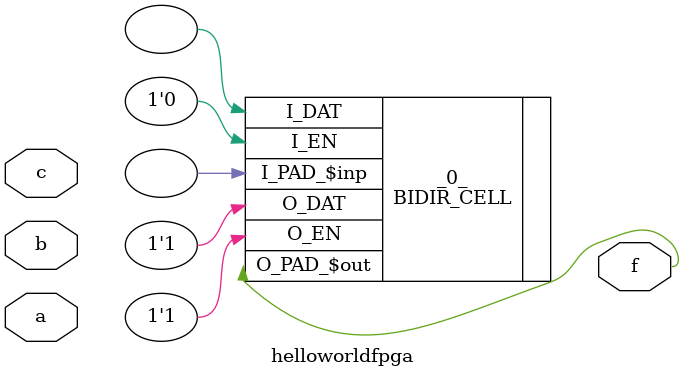
<source format=v>
/* Generated by Yosys 0.9+2406 (git sha1 ca763e6d5, gcc 10.2.1-6 -fPIC -Os) */

(* top =  1  *)
(* src = "/data/data/com.termux/files/home/fpga-examples/blink/helloworldfpga.v:1.1-17.14" *)
module helloworldfpga(a, b, c, f);
  (* src = "/data/data/com.termux/files/home/fpga-examples/blink/helloworldfpga.v:3.17-3.18" *)
  input a;
  (* src = "/data/data/com.termux/files/home/fpga-examples/blink/helloworldfpga.v:4.17-4.18" *)
  input b;
  (* src = "/data/data/com.termux/files/home/fpga-examples/blink/helloworldfpga.v:5.17-5.18" *)
  input c;
  (* src = "/data/data/com.termux/files/home/fpga-examples/blink/helloworldfpga.v:7.17-7.18" *)
  output f;
  (* module_not_derived = 32'd1 *)
  (* src = "/data/data/com.termux/files/home/symbiflow/quicklogic-arch-defs/share/techmaps/quicklogic/pp3/techmap/cells_map.v:81.9-88.8" *)
  BIDIR_CELL #(
    .DS(1'h0),
    .ESEL(1'h1),
    .FIXHOLD(1'h0),
    .OSEL(1'h1),
    .WPD(1'h0)
  ) _0_ (
    .I_DAT(),
    .I_EN(1'h0),
    .\I_PAD_$inp (),
    .O_DAT(1'h1),
    .O_EN(1'h1),
    .\O_PAD_$out (f)
  );
endmodule

</source>
